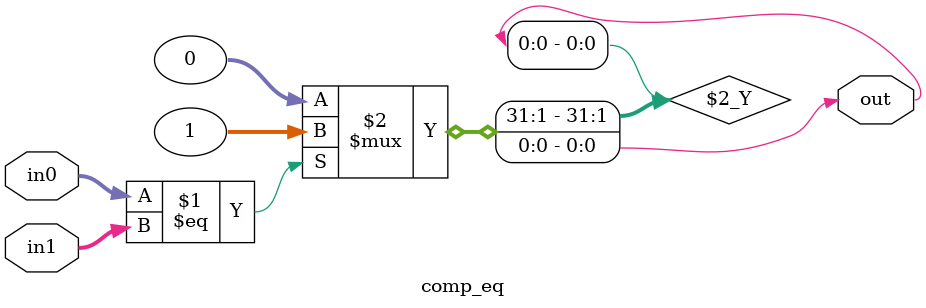
<source format=v>
`timescale 1ns / 1ps


module comp_eq
#(parameter N = 4)
(
    input [N-1: 0] in0,in1,
    output out
    );
    
    assign out = (in0 == in1) ? 1:0;
endmodule

</source>
